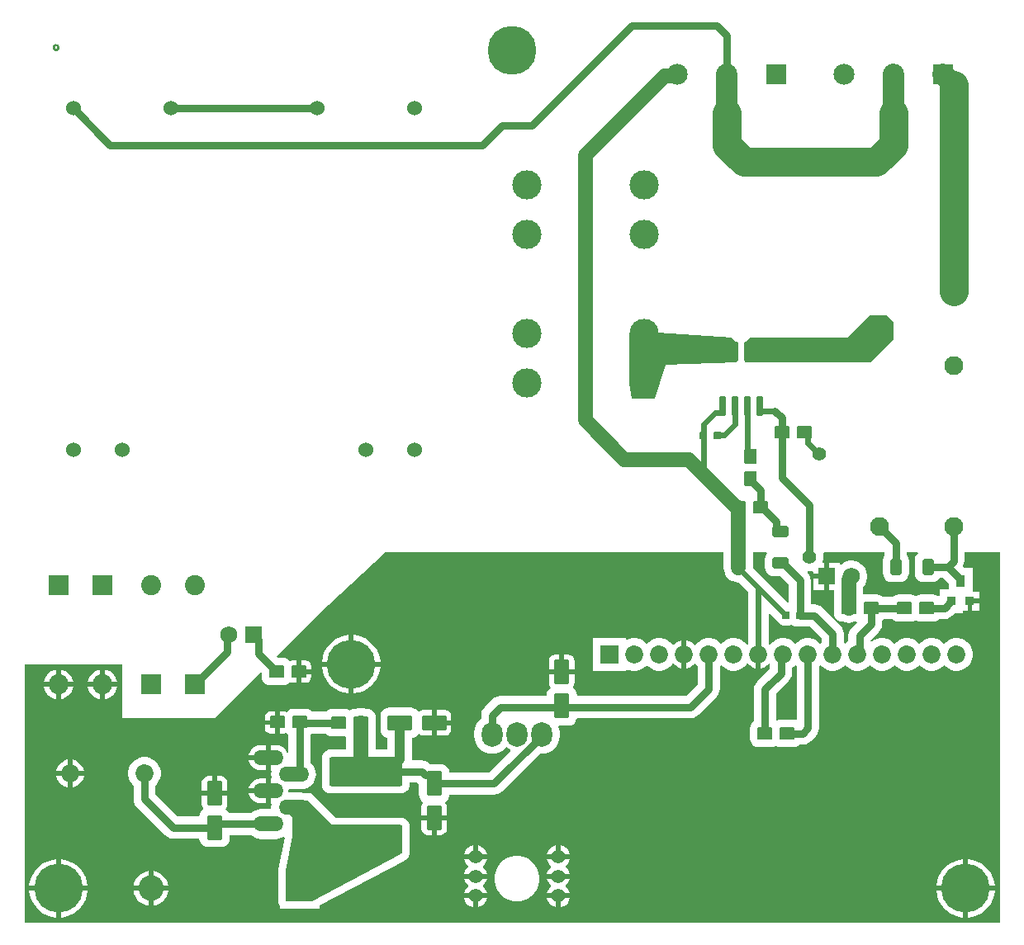
<source format=gbr>
%TF.GenerationSoftware,Altium Limited,Altium Designer,24.0.1 (36)*%
G04 Layer_Physical_Order=1*
G04 Layer_Color=255*
%FSLAX45Y45*%
%MOMM*%
%TF.SameCoordinates,1548FFD4-C5F0-4C99-8D9D-CADF44B10A7D*%
%TF.FilePolarity,Positive*%
%TF.FileFunction,Copper,L1,Top,Signal*%
%TF.Part,Single*%
G01*
G75*
%TA.AperFunction,SMDPad,CuDef*%
G04:AMPARAMS|DCode=10|XSize=1.524mm|YSize=1.27mm|CornerRadius=0.09525mm|HoleSize=0mm|Usage=FLASHONLY|Rotation=0.000|XOffset=0mm|YOffset=0mm|HoleType=Round|Shape=RoundedRectangle|*
%AMROUNDEDRECTD10*
21,1,1.52400,1.07950,0,0,0.0*
21,1,1.33350,1.27000,0,0,0.0*
1,1,0.19050,0.66675,-0.53975*
1,1,0.19050,-0.66675,-0.53975*
1,1,0.19050,-0.66675,0.53975*
1,1,0.19050,0.66675,0.53975*
%
%ADD10ROUNDEDRECTD10*%
G04:AMPARAMS|DCode=11|XSize=1.14mm|YSize=1.63mm|CornerRadius=0.1425mm|HoleSize=0mm|Usage=FLASHONLY|Rotation=0.000|XOffset=0mm|YOffset=0mm|HoleType=Round|Shape=RoundedRectangle|*
%AMROUNDEDRECTD11*
21,1,1.14000,1.34500,0,0,0.0*
21,1,0.85500,1.63000,0,0,0.0*
1,1,0.28500,0.42750,-0.67250*
1,1,0.28500,-0.42750,-0.67250*
1,1,0.28500,-0.42750,0.67250*
1,1,0.28500,0.42750,0.67250*
%
%ADD11ROUNDEDRECTD11*%
G04:AMPARAMS|DCode=12|XSize=0.762mm|YSize=0.762mm|CornerRadius=0.0381mm|HoleSize=0mm|Usage=FLASHONLY|Rotation=180.000|XOffset=0mm|YOffset=0mm|HoleType=Round|Shape=RoundedRectangle|*
%AMROUNDEDRECTD12*
21,1,0.76200,0.68580,0,0,180.0*
21,1,0.68580,0.76200,0,0,180.0*
1,1,0.07620,-0.34290,0.34290*
1,1,0.07620,0.34290,0.34290*
1,1,0.07620,0.34290,-0.34290*
1,1,0.07620,-0.34290,-0.34290*
%
%ADD12ROUNDEDRECTD12*%
G04:AMPARAMS|DCode=13|XSize=1.524mm|YSize=1.27mm|CornerRadius=0.09525mm|HoleSize=0mm|Usage=FLASHONLY|Rotation=90.000|XOffset=0mm|YOffset=0mm|HoleType=Round|Shape=RoundedRectangle|*
%AMROUNDEDRECTD13*
21,1,1.52400,1.07950,0,0,90.0*
21,1,1.33350,1.27000,0,0,90.0*
1,1,0.19050,0.53975,0.66675*
1,1,0.19050,0.53975,-0.66675*
1,1,0.19050,-0.53975,-0.66675*
1,1,0.19050,-0.53975,0.66675*
%
%ADD13ROUNDEDRECTD13*%
%ADD14R,0.91440X1.27000*%
%ADD15R,0.91440X0.91440*%
G04:AMPARAMS|DCode=16|XSize=7.5mm|YSize=3mm|CornerRadius=0.225mm|HoleSize=0mm|Usage=FLASHONLY|Rotation=180.000|XOffset=0mm|YOffset=0mm|HoleType=Round|Shape=RoundedRectangle|*
%AMROUNDEDRECTD16*
21,1,7.50000,2.55000,0,0,180.0*
21,1,7.05000,3.00000,0,0,180.0*
1,1,0.45000,-3.52500,1.27500*
1,1,0.45000,3.52500,1.27500*
1,1,0.45000,3.52500,-1.27500*
1,1,0.45000,-3.52500,-1.27500*
%
%ADD16ROUNDEDRECTD16*%
G04:AMPARAMS|DCode=17|XSize=1.14mm|YSize=1.63mm|CornerRadius=0.1425mm|HoleSize=0mm|Usage=FLASHONLY|Rotation=90.000|XOffset=0mm|YOffset=0mm|HoleType=Round|Shape=RoundedRectangle|*
%AMROUNDEDRECTD17*
21,1,1.14000,1.34500,0,0,90.0*
21,1,0.85500,1.63000,0,0,90.0*
1,1,0.28500,0.67250,0.42750*
1,1,0.28500,0.67250,-0.42750*
1,1,0.28500,-0.67250,-0.42750*
1,1,0.28500,-0.67250,0.42750*
%
%ADD17ROUNDEDRECTD17*%
G04:AMPARAMS|DCode=18|XSize=2.5mm|YSize=1.6mm|CornerRadius=0.12mm|HoleSize=0mm|Usage=FLASHONLY|Rotation=90.000|XOffset=0mm|YOffset=0mm|HoleType=Round|Shape=RoundedRectangle|*
%AMROUNDEDRECTD18*
21,1,2.50000,1.36000,0,0,90.0*
21,1,2.26000,1.60000,0,0,90.0*
1,1,0.24000,0.68000,1.13000*
1,1,0.24000,0.68000,-1.13000*
1,1,0.24000,-0.68000,-1.13000*
1,1,0.24000,-0.68000,1.13000*
%
%ADD18ROUNDEDRECTD18*%
G04:AMPARAMS|DCode=19|XSize=2.032mm|YSize=0.6096mm|CornerRadius=0.04572mm|HoleSize=0mm|Usage=FLASHONLY|Rotation=270.000|XOffset=0mm|YOffset=0mm|HoleType=Round|Shape=RoundedRectangle|*
%AMROUNDEDRECTD19*
21,1,2.03200,0.51816,0,0,270.0*
21,1,1.94056,0.60960,0,0,270.0*
1,1,0.09144,-0.25908,-0.97028*
1,1,0.09144,-0.25908,0.97028*
1,1,0.09144,0.25908,0.97028*
1,1,0.09144,0.25908,-0.97028*
%
%ADD19ROUNDEDRECTD19*%
G04:AMPARAMS|DCode=20|XSize=2.5mm|YSize=1.6mm|CornerRadius=0.12mm|HoleSize=0mm|Usage=FLASHONLY|Rotation=0.000|XOffset=0mm|YOffset=0mm|HoleType=Round|Shape=RoundedRectangle|*
%AMROUNDEDRECTD20*
21,1,2.50000,1.36000,0,0,0.0*
21,1,2.26000,1.60000,0,0,0.0*
1,1,0.24000,1.13000,-0.68000*
1,1,0.24000,-1.13000,-0.68000*
1,1,0.24000,-1.13000,0.68000*
1,1,0.24000,1.13000,0.68000*
%
%ADD20ROUNDEDRECTD20*%
%TA.AperFunction,Conductor*%
%ADD21C,0.75000*%
%ADD22C,0.60000*%
%ADD23C,1.50000*%
%ADD24C,3.00000*%
%ADD25C,2.20000*%
%ADD26C,1.00000*%
%TA.AperFunction,NonConductor*%
%ADD27C,0.25400*%
%TA.AperFunction,ComponentPad*%
%ADD28C,1.75001*%
%ADD29R,1.75001X1.75001*%
%ADD30O,3.10000X1.55000*%
%ADD31C,5.00000*%
%ADD32C,1.85000*%
%ADD33R,1.85000X1.85000*%
%ADD34C,2.15000*%
%ADD35R,2.15000X2.15000*%
%ADD36C,3.00000*%
%ADD37C,1.52400*%
%ADD38C,1.95000*%
%ADD39O,2.15000X2.50000*%
%ADD40R,2.05000X2.05000*%
%ADD41C,2.05000*%
%ADD42C,1.85001*%
%ADD43C,2.60000*%
%ADD44R,2.60000X2.60000*%
%TA.AperFunction,ViaPad*%
%ADD45C,1.40000*%
G36*
X8910000Y6160000D02*
Y5980000D01*
X8680000Y5750000D01*
X7390000D01*
Y5950000D01*
X7390000D01*
X7440000Y6000000D01*
X8440000D01*
X8670000Y6230000D01*
X8840000D01*
X8910000Y6160000D01*
D02*
G37*
G36*
X7250000Y6000000D02*
X7300000Y5950000D01*
Y5750000D01*
X6575000Y5725000D01*
X6465384Y5375000D01*
X6225000D01*
X6200000Y5525000D01*
Y6050000D01*
X6500000D01*
X7250000Y6000000D01*
D02*
G37*
G36*
X9164931Y3787300D02*
X9156596Y3780904D01*
X9142290Y3762260D01*
X9133297Y3740549D01*
X9130230Y3717250D01*
Y3582750D01*
X9133297Y3559451D01*
X9142290Y3537740D01*
X9156596Y3519096D01*
X9175240Y3504790D01*
X9196951Y3495797D01*
X9220250Y3492730D01*
X9305750D01*
X9329049Y3495797D01*
X9350760Y3504790D01*
X9369404Y3519096D01*
X9382780Y3536529D01*
X9420779D01*
X9479280Y3478028D01*
Y3417520D01*
X9382760D01*
Y3353578D01*
X9370060Y3347315D01*
X9362902Y3352808D01*
X9342340Y3361324D01*
X9320275Y3364229D01*
X9186925D01*
X9164859Y3361324D01*
X9144298Y3352808D01*
X9139300Y3348973D01*
X9134302Y3352808D01*
X9113740Y3361324D01*
X9091675Y3364229D01*
X8958325D01*
X8936259Y3361324D01*
X8915698Y3352808D01*
X8898041Y3339259D01*
X8897436Y3338471D01*
X8806164D01*
X8805559Y3339259D01*
X8787902Y3352808D01*
X8767341Y3361324D01*
X8745275Y3364229D01*
X8611925D01*
X8610274Y3364012D01*
X8600726Y3372386D01*
Y3443915D01*
X8603223Y3446412D01*
X8621006Y3473027D01*
X8633256Y3502600D01*
X8639501Y3533995D01*
Y3566005D01*
X8633256Y3597400D01*
X8621006Y3626973D01*
X8603223Y3653588D01*
X8580588Y3676223D01*
X8553973Y3694006D01*
X8524400Y3706256D01*
X8493005Y3712501D01*
X8460995D01*
X8429600Y3706256D01*
X8400027Y3694006D01*
X8373412Y3676223D01*
X8372234Y3675044D01*
X8360500Y3679905D01*
Y3687500D01*
X8248000D01*
Y3550000D01*
Y3412500D01*
X8299274D01*
Y3288120D01*
X8298071Y3278975D01*
Y3171025D01*
X8300976Y3148959D01*
X8309492Y3128398D01*
X8323041Y3110741D01*
X8340698Y3097192D01*
X8361260Y3088675D01*
X8383325Y3085770D01*
X8392277D01*
X8392320Y3085747D01*
X8420595Y3077170D01*
X8450000Y3074274D01*
X8479405Y3077170D01*
X8507680Y3085747D01*
X8507723Y3085770D01*
X8516675D01*
X8528954Y3087387D01*
X8534886Y3075358D01*
X8480811Y3021284D01*
X8462779Y2997783D01*
X8451443Y2970416D01*
X8447576Y2941047D01*
Y2889695D01*
X8433225Y2880106D01*
X8413000Y2859881D01*
X8399471Y2873410D01*
Y2964000D01*
X8395604Y2993368D01*
X8384269Y3020735D01*
X8366236Y3044236D01*
X8180236Y3230236D01*
X8156735Y3248269D01*
X8129368Y3259605D01*
X8100000Y3263471D01*
X8063471D01*
Y3510500D01*
X8059605Y3539868D01*
X8048269Y3567235D01*
X8030236Y3590736D01*
X8027089Y3593883D01*
X8033932Y3605000D01*
X8069090D01*
X8075424Y3606697D01*
X8085500Y3598966D01*
Y3575000D01*
X8198000D01*
Y3687500D01*
X8194896D01*
X8186771Y3700201D01*
X8195000Y3730910D01*
Y3769090D01*
X8189417Y3789924D01*
X8197148Y3800000D01*
X8821529D01*
Y3771694D01*
X8814290Y3762260D01*
X8805297Y3740549D01*
X8802230Y3717250D01*
Y3582750D01*
X8805297Y3559451D01*
X8814290Y3537740D01*
X8828596Y3519096D01*
X8847240Y3504790D01*
X8868951Y3495797D01*
X8892250Y3492730D01*
X8977750D01*
X9001049Y3495797D01*
X9022760Y3504790D01*
X9041404Y3519096D01*
X9055710Y3537740D01*
X9064703Y3559451D01*
X9067770Y3582750D01*
Y3717250D01*
X9064703Y3740549D01*
X9055710Y3762260D01*
X9048471Y3771694D01*
Y3800000D01*
X9160620D01*
X9164931Y3787300D01*
D02*
G37*
G36*
X7615180D02*
X7604790Y3773760D01*
X7595797Y3752049D01*
X7592730Y3728750D01*
Y3643250D01*
X7595797Y3619951D01*
X7604790Y3598240D01*
X7619096Y3579596D01*
X7637740Y3565290D01*
X7659451Y3556297D01*
X7682750Y3553230D01*
X7746798D01*
X7836529Y3463499D01*
Y3290138D01*
X7824796Y3285278D01*
X7598888Y3511186D01*
X7598887Y3511187D01*
X7472040Y3638034D01*
X7472126Y3638900D01*
Y3800000D01*
X7608916D01*
X7615180Y3787300D01*
D02*
G37*
G36*
X10000000Y0D02*
X0D01*
Y2650000D01*
X1000000D01*
Y2100000D01*
X1950000D01*
X2424332Y2574332D01*
X2433770Y2565810D01*
Y2521025D01*
X2436675Y2498959D01*
X2445192Y2478398D01*
X2458741Y2460741D01*
X2476398Y2447192D01*
X2496959Y2438675D01*
X2519025Y2435770D01*
X2652375D01*
X2674440Y2438675D01*
X2695002Y2447192D01*
X2712659Y2460741D01*
X2718775Y2468712D01*
X2724399Y2464954D01*
X2747625Y2460334D01*
X2789300D01*
Y2575000D01*
Y2689666D01*
X2747625D01*
X2724399Y2685046D01*
X2718775Y2681288D01*
X2712659Y2689259D01*
X2695002Y2702808D01*
X2674440Y2711325D01*
X2652375Y2714230D01*
X2606942D01*
X2585586Y2735586D01*
X3000000Y3150000D01*
X3700000Y3800000D01*
X7170674D01*
Y3638900D01*
X7173570Y3609495D01*
X7182147Y3581220D01*
X7196076Y3555162D01*
X7214821Y3532321D01*
X7237661Y3513576D01*
X7263720Y3499648D01*
X7291995Y3491071D01*
X7321400Y3488175D01*
X7322267Y3488260D01*
X7418094Y3392432D01*
Y2852714D01*
X7405394Y2848861D01*
X7400106Y2856775D01*
X7376775Y2880106D01*
X7349341Y2898437D01*
X7318858Y2911063D01*
X7286497Y2917500D01*
X7253503D01*
X7221142Y2911063D01*
X7190659Y2898437D01*
X7163225Y2880106D01*
X7143000Y2859881D01*
X7122775Y2880106D01*
X7095341Y2898437D01*
X7064858Y2911063D01*
X7032497Y2917500D01*
X6999503D01*
X6967142Y2911063D01*
X6936659Y2898437D01*
X6909225Y2880106D01*
X6885894Y2856775D01*
X6879782Y2847627D01*
X6867143Y2846382D01*
X6849497Y2864028D01*
X6817003Y2882789D01*
X6787000Y2890828D01*
Y2750000D01*
Y2609172D01*
X6817003Y2617211D01*
X6849497Y2635972D01*
X6867143Y2653618D01*
X6879782Y2652373D01*
X6885894Y2643225D01*
X6902529Y2626590D01*
Y2443001D01*
X6782999Y2323471D01*
X5665751D01*
Y2335286D01*
X5662761Y2357997D01*
X5653994Y2379161D01*
X5640049Y2397335D01*
X5630288Y2404825D01*
X5623266Y2413857D01*
X5627692Y2422057D01*
X5636402Y2435094D01*
X5641214Y2459285D01*
Y2547286D01*
X5510000D01*
X5378786D01*
Y2459285D01*
X5383598Y2435094D01*
X5392308Y2422057D01*
X5396734Y2413857D01*
X5389711Y2404825D01*
X5379951Y2397335D01*
X5366006Y2379161D01*
X5357239Y2357997D01*
X5354249Y2335286D01*
Y2323471D01*
X4880000D01*
X4850631Y2319604D01*
X4823264Y2308269D01*
X4799764Y2290236D01*
X4715764Y2206236D01*
X4697731Y2182736D01*
X4686396Y2155369D01*
X4682529Y2126000D01*
Y2092167D01*
X4666328Y2078872D01*
X4643523Y2051083D01*
X4626576Y2019378D01*
X4616141Y1984977D01*
X4612617Y1949200D01*
Y1914200D01*
X4616141Y1878424D01*
X4626576Y1844022D01*
X4643523Y1812318D01*
X4666328Y1784529D01*
X4694118Y1761723D01*
X4725822Y1744776D01*
X4760224Y1734341D01*
X4796000Y1730817D01*
X4831776Y1734341D01*
X4866178Y1744776D01*
X4897882Y1761723D01*
X4925672Y1784529D01*
X4939381Y1801234D01*
X4962074Y1782610D01*
X4982887Y1771486D01*
X4985904Y1756543D01*
X4767832Y1538471D01*
X4355689D01*
X4352761Y1560712D01*
X4343994Y1581875D01*
X4330049Y1600049D01*
X4311875Y1613994D01*
X4290712Y1622761D01*
X4268000Y1625751D01*
X4159721D01*
X4155236Y1630236D01*
X4131735Y1648269D01*
X4104368Y1659605D01*
X4075000Y1663471D01*
X3984192D01*
X3975818Y1673019D01*
X3976079Y1675000D01*
Y1895971D01*
X3985712Y1897239D01*
X4006875Y1906006D01*
X4025049Y1919951D01*
X4032539Y1929711D01*
X4041571Y1936734D01*
X4049772Y1932308D01*
X4062808Y1923598D01*
X4087000Y1918786D01*
X4175000D01*
Y2050000D01*
Y2181214D01*
X4087000D01*
X4062808Y2176402D01*
X4049772Y2167692D01*
X4041571Y2163266D01*
X4032539Y2170289D01*
X4025049Y2180049D01*
X4006875Y2193994D01*
X3985712Y2202761D01*
X3963000Y2205751D01*
X3737000D01*
X3714288Y2202761D01*
X3693124Y2193994D01*
X3674951Y2180049D01*
X3661005Y2161875D01*
X3652239Y2140711D01*
X3649249Y2118000D01*
Y1982000D01*
X3652239Y1959288D01*
X3661005Y1938125D01*
X3674951Y1919951D01*
X3693124Y1906006D01*
X3714288Y1897239D01*
X3723921Y1895971D01*
Y1775841D01*
X3600726D01*
Y1986880D01*
X3601930Y1996025D01*
Y2103975D01*
X3599025Y2126040D01*
X3590508Y2146602D01*
X3576959Y2164259D01*
X3559302Y2177808D01*
X3538740Y2186325D01*
X3516675Y2189230D01*
X3507723D01*
X3507680Y2189252D01*
X3479405Y2197829D01*
X3450000Y2200726D01*
X3420595Y2197829D01*
X3392320Y2189252D01*
X3392277Y2189230D01*
X3383325D01*
X3361259Y2186325D01*
X3340698Y2177808D01*
X3335700Y2173973D01*
X3330702Y2177808D01*
X3310140Y2186325D01*
X3288075Y2189230D01*
X3154725D01*
X3132659Y2186325D01*
X3112098Y2177808D01*
X3094441Y2164259D01*
X3094245Y2164004D01*
X2947607D01*
X2946594Y2165324D01*
X2928937Y2178873D01*
X2908375Y2187390D01*
X2886309Y2190295D01*
X2752959D01*
X2730894Y2187390D01*
X2710332Y2178873D01*
X2692675Y2165324D01*
X2686559Y2157354D01*
X2680935Y2161112D01*
X2657709Y2165731D01*
X2616035D01*
Y2051065D01*
Y1936399D01*
X2657709D01*
X2680935Y1941019D01*
X2686559Y1944777D01*
X2692675Y1936806D01*
X2706163Y1926456D01*
Y1745739D01*
X2693463Y1743213D01*
X2688871Y1754300D01*
X2668434Y1780934D01*
X2641800Y1801371D01*
X2610784Y1814218D01*
X2577500Y1818600D01*
X2525000D01*
Y1690000D01*
Y1561400D01*
X2525037D01*
X2531291Y1552968D01*
X2532089Y1548700D01*
X2529262Y1520000D01*
X2532089Y1491300D01*
X2531290Y1487032D01*
X2525037Y1478600D01*
X2525000D01*
Y1350000D01*
Y1221400D01*
X2525037D01*
X2531290Y1212968D01*
X2532089Y1208700D01*
X2529262Y1180000D01*
X2529986Y1172648D01*
X2521457Y1163238D01*
X2422500D01*
X2392605Y1160294D01*
X2363858Y1151574D01*
X2337366Y1137413D01*
X2320377Y1123471D01*
X2097476D01*
X2093994Y1131876D01*
X2080049Y1150049D01*
X2070288Y1157539D01*
X2063266Y1166571D01*
X2067692Y1174772D01*
X2076402Y1187809D01*
X2081214Y1212000D01*
Y1300000D01*
X1950000D01*
X1818786D01*
Y1212000D01*
X1823598Y1187809D01*
X1832308Y1174772D01*
X1836734Y1166571D01*
X1829711Y1157539D01*
X1819951Y1150049D01*
X1806006Y1131876D01*
X1797239Y1110712D01*
X1794311Y1088471D01*
X1572001D01*
X1344471Y1316001D01*
Y1405804D01*
X1361106Y1422439D01*
X1379437Y1449873D01*
X1392064Y1480356D01*
X1398501Y1512717D01*
Y1545712D01*
X1392064Y1578073D01*
X1379437Y1608556D01*
X1361106Y1635990D01*
X1337776Y1659321D01*
X1310341Y1677652D01*
X1279858Y1690278D01*
X1247497Y1696715D01*
X1214503D01*
X1182142Y1690278D01*
X1151659Y1677652D01*
X1124225Y1659321D01*
X1100894Y1635990D01*
X1082563Y1608556D01*
X1069936Y1578073D01*
X1063500Y1545712D01*
Y1512717D01*
X1069936Y1480356D01*
X1082563Y1449873D01*
X1100894Y1422439D01*
X1117529Y1405804D01*
Y1269000D01*
X1121396Y1239632D01*
X1132731Y1212265D01*
X1150764Y1188764D01*
X1444764Y894764D01*
X1468265Y876731D01*
X1495632Y865396D01*
X1525000Y861529D01*
X1794311D01*
X1797239Y839288D01*
X1806006Y818125D01*
X1819951Y799951D01*
X1838125Y786006D01*
X1859288Y777239D01*
X1882000Y774249D01*
X2018000D01*
X2040711Y777239D01*
X2061875Y786006D01*
X2080049Y799951D01*
X2093994Y818125D01*
X2102761Y839288D01*
X2105751Y862000D01*
Y896529D01*
X2320377D01*
X2337366Y882587D01*
X2363858Y868427D01*
X2392605Y859706D01*
X2422500Y856762D01*
X2577500D01*
X2607395Y859706D01*
X2636142Y868427D01*
X2656109Y879099D01*
X2667458Y870765D01*
X2605670Y544057D01*
X2605274Y537002D01*
X2604353Y530000D01*
Y220000D01*
X2606930Y200421D01*
X2614488Y182176D01*
X2616714Y179274D01*
Y145000D01*
X2675084D01*
X2680000Y144353D01*
X2950000D01*
X2954916Y145000D01*
X3026715D01*
Y174939D01*
X3895293Y633090D01*
X3896480Y633931D01*
X3897824Y634488D01*
X3901371Y637210D01*
X3901671Y637334D01*
X3906311Y640894D01*
X3911408Y644505D01*
X3912095Y645333D01*
X3922038Y652962D01*
X3937666Y673330D01*
X3947490Y697048D01*
X3950841Y722500D01*
Y977500D01*
X3947490Y1002953D01*
X3937666Y1026671D01*
X3922038Y1047038D01*
X3901671Y1062666D01*
X3901371Y1062790D01*
X3897824Y1065512D01*
X3879579Y1073070D01*
X3860000Y1075647D01*
X3853974D01*
X3852500Y1075841D01*
X3191140D01*
X2963491Y1303491D01*
X2947824Y1315513D01*
X2929579Y1323070D01*
X2910000Y1325647D01*
X2882713D01*
X2867395Y1330294D01*
X2837500Y1333238D01*
X2713524D01*
X2705150Y1342787D01*
X2706100Y1350000D01*
X2705150Y1357213D01*
X2713524Y1366762D01*
X2837500D01*
X2867395Y1369706D01*
X2896142Y1378427D01*
X2922634Y1392587D01*
X2945856Y1411644D01*
X2964913Y1434866D01*
X2979074Y1461358D01*
X2987794Y1490105D01*
X2990738Y1520000D01*
X2987794Y1549895D01*
X2979074Y1578642D01*
X2964913Y1605134D01*
X2945856Y1628356D01*
X2933105Y1638819D01*
Y1926456D01*
X2946594Y1936806D01*
X2946790Y1937062D01*
X3093427D01*
X3094441Y1935741D01*
X3112098Y1922192D01*
X3132659Y1913675D01*
X3154725Y1910770D01*
X3288075D01*
X3289726Y1910988D01*
X3299274Y1902614D01*
Y1775841D01*
X3147500D01*
X3122048Y1772490D01*
X3098330Y1762666D01*
X3077962Y1747038D01*
X3062334Y1726671D01*
X3052510Y1702952D01*
X3049159Y1677500D01*
Y1422500D01*
X3052510Y1397047D01*
X3062334Y1373329D01*
X3077962Y1352962D01*
X3098330Y1337334D01*
X3122048Y1327510D01*
X3147500Y1324159D01*
X3852500D01*
X3877953Y1327510D01*
X3901671Y1337334D01*
X3922038Y1352962D01*
X3937666Y1373329D01*
X3947490Y1397047D01*
X3950841Y1422500D01*
Y1436529D01*
X4027999D01*
X4032264Y1432264D01*
X4044249Y1423067D01*
Y1312000D01*
X4047239Y1289288D01*
X4056006Y1268124D01*
X4069951Y1249951D01*
X4079711Y1242461D01*
X4086734Y1233429D01*
X4082308Y1225228D01*
X4073598Y1212191D01*
X4068786Y1188000D01*
Y1100000D01*
X4200000D01*
X4331214D01*
Y1188000D01*
X4326402Y1212191D01*
X4317692Y1225228D01*
X4313266Y1233429D01*
X4320289Y1242461D01*
X4330049Y1249951D01*
X4343994Y1268124D01*
X4352761Y1289288D01*
X4355689Y1311529D01*
X4814834D01*
X4844202Y1315395D01*
X4871569Y1326731D01*
X4895070Y1344764D01*
X5283143Y1732837D01*
X5304000Y1730783D01*
X5339776Y1734307D01*
X5374178Y1744742D01*
X5405882Y1761689D01*
X5433672Y1784495D01*
X5456478Y1812284D01*
X5473424Y1843988D01*
X5483859Y1878390D01*
X5487383Y1914166D01*
Y1949166D01*
X5483859Y1984943D01*
X5476612Y2008834D01*
X5486031Y2021535D01*
X5578000D01*
X5600711Y2024525D01*
X5621875Y2033291D01*
X5640049Y2047236D01*
X5653994Y2065410D01*
X5662761Y2086574D01*
X5664071Y2096529D01*
X6830000D01*
X6859368Y2100395D01*
X6886735Y2111731D01*
X6910236Y2129764D01*
X7096236Y2315764D01*
X7114269Y2339265D01*
X7125604Y2366632D01*
X7129471Y2396000D01*
Y2626590D01*
X7143000Y2640119D01*
X7163225Y2619894D01*
X7190659Y2601564D01*
X7221142Y2588937D01*
X7253503Y2582500D01*
X7286497D01*
X7318858Y2588937D01*
X7349341Y2601564D01*
X7376775Y2619894D01*
X7400106Y2643225D01*
X7406218Y2652373D01*
X7418857Y2653618D01*
X7436503Y2635972D01*
X7468997Y2617211D01*
X7499000Y2609172D01*
Y2750000D01*
X7549000D01*
Y2609172D01*
X7579003Y2617211D01*
X7611497Y2635972D01*
X7629143Y2653618D01*
X7641782Y2652373D01*
X7643482Y2649829D01*
Y2603954D01*
X7511164Y2471636D01*
X7493131Y2448136D01*
X7481796Y2420769D01*
X7477929Y2391400D01*
Y2064609D01*
X7464441Y2054259D01*
X7450892Y2036602D01*
X7442376Y2016040D01*
X7439471Y1993975D01*
Y1886025D01*
X7442376Y1863959D01*
X7450892Y1843398D01*
X7464441Y1825741D01*
X7482098Y1812192D01*
X7502660Y1803675D01*
X7524725Y1800770D01*
X7658075D01*
X7680141Y1803675D01*
X7700702Y1812192D01*
X7705700Y1816027D01*
X7710698Y1812192D01*
X7731260Y1803675D01*
X7753325Y1800770D01*
X7886675D01*
X7908741Y1803675D01*
X7929302Y1812192D01*
X7946959Y1825741D01*
X7947564Y1826529D01*
X7980000D01*
X8009369Y1830395D01*
X8036736Y1841731D01*
X8060236Y1859764D01*
X8112236Y1911764D01*
X8130269Y1935264D01*
X8141604Y1962631D01*
X8145471Y1992000D01*
Y2626590D01*
X8159000Y2640119D01*
X8179225Y2619894D01*
X8206659Y2601564D01*
X8237142Y2588937D01*
X8269503Y2582500D01*
X8302497D01*
X8334858Y2588937D01*
X8365341Y2601564D01*
X8392775Y2619894D01*
X8413000Y2640119D01*
X8433225Y2619894D01*
X8460659Y2601564D01*
X8491142Y2588937D01*
X8523503Y2582500D01*
X8556497D01*
X8588858Y2588937D01*
X8619341Y2601564D01*
X8646775Y2619894D01*
X8667000Y2640119D01*
X8687225Y2619894D01*
X8714659Y2601564D01*
X8745142Y2588937D01*
X8777503Y2582500D01*
X8810497D01*
X8842858Y2588937D01*
X8873341Y2601564D01*
X8900775Y2619894D01*
X8921000Y2640119D01*
X8941225Y2619894D01*
X8968659Y2601564D01*
X8999142Y2588937D01*
X9031503Y2582500D01*
X9064497D01*
X9096858Y2588937D01*
X9127341Y2601564D01*
X9154775Y2619894D01*
X9175000Y2640119D01*
X9195225Y2619894D01*
X9222659Y2601564D01*
X9253142Y2588937D01*
X9285503Y2582500D01*
X9318497D01*
X9350858Y2588937D01*
X9381341Y2601564D01*
X9408775Y2619894D01*
X9429000Y2640119D01*
X9449225Y2619894D01*
X9476659Y2601564D01*
X9507142Y2588937D01*
X9539503Y2582500D01*
X9572497D01*
X9604858Y2588937D01*
X9635341Y2601564D01*
X9662775Y2619894D01*
X9686106Y2643225D01*
X9704437Y2670659D01*
X9717063Y2701142D01*
X9723500Y2733503D01*
Y2766497D01*
X9717063Y2798858D01*
X9704437Y2829341D01*
X9686106Y2856775D01*
X9662775Y2880106D01*
X9635341Y2898437D01*
X9604858Y2911063D01*
X9572497Y2917500D01*
X9539503D01*
X9507142Y2911063D01*
X9476659Y2898437D01*
X9449225Y2880106D01*
X9429000Y2859881D01*
X9408775Y2880106D01*
X9381341Y2898437D01*
X9350858Y2911063D01*
X9318497Y2917500D01*
X9285503D01*
X9253142Y2911063D01*
X9222659Y2898437D01*
X9195225Y2880106D01*
X9175000Y2859881D01*
X9154775Y2880106D01*
X9127341Y2898437D01*
X9096858Y2911063D01*
X9064497Y2917500D01*
X9031503D01*
X8999142Y2911063D01*
X8968659Y2898437D01*
X8941225Y2880106D01*
X8921000Y2859881D01*
X8900775Y2880106D01*
X8873341Y2898437D01*
X8842858Y2911063D01*
X8810497Y2917500D01*
X8777503D01*
X8745142Y2911063D01*
X8714659Y2898437D01*
X8689643Y2881721D01*
X8680635Y2885096D01*
X8677123Y2887755D01*
X8676198Y2895726D01*
X8758836Y2978364D01*
X8776869Y3001865D01*
X8788205Y3029232D01*
X8792071Y3058600D01*
Y3100391D01*
X8805559Y3110741D01*
X8806164Y3111529D01*
X8897436D01*
X8898041Y3110741D01*
X8915698Y3097192D01*
X8936259Y3088675D01*
X8958325Y3085770D01*
X9091675D01*
X9113740Y3088675D01*
X9134302Y3097192D01*
X9139300Y3101027D01*
X9144298Y3097192D01*
X9164859Y3088675D01*
X9186925Y3085770D01*
X9320275D01*
X9342340Y3088675D01*
X9362902Y3097192D01*
X9380559Y3110741D01*
X9381164Y3111529D01*
X9431680D01*
X9461048Y3115395D01*
X9488415Y3126731D01*
X9511916Y3144764D01*
X9543232Y3176080D01*
X9624200D01*
Y3201080D01*
X9668980D01*
Y3296800D01*
X9693980D01*
Y3321800D01*
X9789700D01*
Y3392520D01*
X9720720D01*
Y3638500D01*
X9639752D01*
X9624587Y3653666D01*
X9634605Y3677851D01*
X9638471Y3707220D01*
Y3800000D01*
X10000000D01*
Y0D01*
D02*
G37*
G36*
X7735413Y3075113D02*
X7757347Y3058283D01*
X7782889Y3047703D01*
X7810300Y3044094D01*
X7837711Y3047703D01*
X7861849Y3057701D01*
X7875965Y3046870D01*
X7895137Y3038929D01*
X7915710Y3036220D01*
X7984290D01*
X7986638Y3036529D01*
X8052999D01*
X8172529Y2916999D01*
Y2873410D01*
X8159000Y2859881D01*
X8138775Y2880106D01*
X8111341Y2898437D01*
X8080858Y2911063D01*
X8048497Y2917500D01*
X8015503D01*
X7983142Y2911063D01*
X7952659Y2898437D01*
X7925225Y2880106D01*
X7905000Y2859881D01*
X7884775Y2880106D01*
X7857341Y2898437D01*
X7826858Y2911063D01*
X7794497Y2917500D01*
X7761503D01*
X7729142Y2911063D01*
X7698659Y2898437D01*
X7671225Y2880106D01*
X7647894Y2856775D01*
X7642606Y2848861D01*
X7629906Y2852714D01*
Y3164027D01*
X7641639Y3168887D01*
X7735413Y3075113D01*
D02*
G37*
G36*
X7918529Y2626590D02*
Y2084222D01*
X7905829Y2076708D01*
X7886675Y2079230D01*
X7753325D01*
X7731260Y2076325D01*
X7717571Y2070655D01*
X7704871Y2078574D01*
Y2344399D01*
X7837189Y2476716D01*
X7855221Y2500217D01*
X7866557Y2527584D01*
X7870423Y2556952D01*
Y2610305D01*
X7884775Y2619894D01*
X7905000Y2640119D01*
X7918529Y2626590D01*
D02*
G37*
G36*
X3160000Y1000000D02*
X3860000D01*
Y700000D01*
X2950000Y220000D01*
X2680000D01*
Y530000D01*
X2748035Y889738D01*
Y1080000D01*
X2720000Y1100000D01*
X2700000Y1250000D01*
X2910000D01*
X3160000Y1000000D01*
D02*
G37*
%LPC*%
G36*
X8198000Y3525000D02*
X8085500D01*
Y3412500D01*
X8198000D01*
Y3525000D01*
D02*
G37*
G36*
X9789700Y3271800D02*
X9718980D01*
Y3201080D01*
X9789700D01*
Y3271800D01*
D02*
G37*
G36*
X6524497Y2917500D02*
X6491503D01*
X6459142Y2911063D01*
X6428659Y2898437D01*
X6401225Y2880106D01*
X6381000Y2859881D01*
X6360775Y2880106D01*
X6333341Y2898437D01*
X6302858Y2911063D01*
X6270497Y2917500D01*
X6237503D01*
X6205142Y2911063D01*
X6180200Y2900732D01*
X6167500Y2907871D01*
Y2917500D01*
X5832500D01*
Y2582500D01*
X6167500D01*
Y2592129D01*
X6180200Y2599268D01*
X6205142Y2588937D01*
X6237503Y2582500D01*
X6270497D01*
X6302858Y2588937D01*
X6333341Y2601564D01*
X6360775Y2619894D01*
X6381000Y2640119D01*
X6401225Y2619894D01*
X6428659Y2601564D01*
X6459142Y2588937D01*
X6491503Y2582500D01*
X6524497D01*
X6556858Y2588937D01*
X6587341Y2601564D01*
X6614775Y2619894D01*
X6638106Y2643225D01*
X6644218Y2652373D01*
X6656857Y2653618D01*
X6674503Y2635972D01*
X6706997Y2617211D01*
X6737000Y2609172D01*
Y2750000D01*
Y2890828D01*
X6706997Y2882789D01*
X6674503Y2864028D01*
X6656857Y2846382D01*
X6644218Y2847627D01*
X6638106Y2856775D01*
X6614775Y2880106D01*
X6587341Y2898437D01*
X6556858Y2911063D01*
X6524497Y2917500D01*
D02*
G37*
G36*
X3375000Y2949780D02*
Y2675000D01*
X3649780D01*
X3642613Y2720250D01*
X3628021Y2765160D01*
X3606583Y2807234D01*
X3578827Y2845437D01*
X3545437Y2878827D01*
X3507234Y2906583D01*
X3465160Y2928021D01*
X3420250Y2942613D01*
X3375000Y2949780D01*
D02*
G37*
G36*
X3325000D02*
X3279750Y2942613D01*
X3234840Y2928021D01*
X3192766Y2906583D01*
X3154563Y2878827D01*
X3121173Y2845437D01*
X3093417Y2807234D01*
X3071979Y2765160D01*
X3057387Y2720250D01*
X3050220Y2675000D01*
X3325000D01*
Y2949780D01*
D02*
G37*
G36*
X2880975Y2689666D02*
X2839300D01*
Y2600000D01*
X2941666D01*
Y2628975D01*
X2937046Y2652200D01*
X2923890Y2671890D01*
X2904200Y2685046D01*
X2880975Y2689666D01*
D02*
G37*
G36*
X5578000Y2748500D02*
X5535000D01*
Y2597286D01*
X5641214D01*
Y2685285D01*
X5636402Y2709477D01*
X5622699Y2729985D01*
X5602191Y2743688D01*
X5578000Y2748500D01*
D02*
G37*
G36*
X5485000D02*
X5442000D01*
X5417809Y2743688D01*
X5397301Y2729985D01*
X5383598Y2709477D01*
X5378786Y2685285D01*
Y2597286D01*
X5485000D01*
Y2748500D01*
D02*
G37*
G36*
X825000Y2592515D02*
Y2467000D01*
X950515D01*
X946639Y2486482D01*
X935143Y2514236D01*
X918454Y2539213D01*
X897213Y2560454D01*
X872236Y2577143D01*
X844482Y2588639D01*
X825000Y2592515D01*
D02*
G37*
G36*
X375000D02*
Y2467000D01*
X500515D01*
X496639Y2486482D01*
X485144Y2514236D01*
X468454Y2539213D01*
X447213Y2560454D01*
X422236Y2577143D01*
X394483Y2588639D01*
X375000Y2592515D01*
D02*
G37*
G36*
X775000Y2592514D02*
X755517Y2588639D01*
X727764Y2577143D01*
X702787Y2560454D01*
X681546Y2539213D01*
X664856Y2514236D01*
X653361Y2486482D01*
X649485Y2467000D01*
X775000D01*
Y2592514D01*
D02*
G37*
G36*
X325000D02*
X305518Y2588639D01*
X277764Y2577143D01*
X252787Y2560454D01*
X231546Y2539213D01*
X214857Y2514236D01*
X203361Y2486482D01*
X199485Y2467000D01*
X325000D01*
Y2592514D01*
D02*
G37*
G36*
X2941666Y2550000D02*
X2839300D01*
Y2460334D01*
X2880975D01*
X2904200Y2464954D01*
X2923890Y2478110D01*
X2937046Y2497799D01*
X2941666Y2521025D01*
Y2550000D01*
D02*
G37*
G36*
X3649780Y2625000D02*
X3375000D01*
Y2350220D01*
X3420250Y2357387D01*
X3465160Y2371979D01*
X3507234Y2393417D01*
X3545437Y2421173D01*
X3578827Y2454563D01*
X3606583Y2492766D01*
X3628021Y2534840D01*
X3642613Y2579750D01*
X3649780Y2625000D01*
D02*
G37*
G36*
X3325000D02*
X3050220D01*
X3057387Y2579750D01*
X3071979Y2534840D01*
X3093417Y2492766D01*
X3121173Y2454563D01*
X3154563Y2421173D01*
X3192766Y2393417D01*
X3234840Y2371979D01*
X3279750Y2357387D01*
X3325000Y2350220D01*
Y2625000D01*
D02*
G37*
G36*
X775000Y2417000D02*
X649485D01*
X653361Y2397517D01*
X664856Y2369764D01*
X681546Y2344787D01*
X702787Y2323546D01*
X727764Y2306856D01*
X755517Y2295361D01*
X775000Y2291485D01*
Y2417000D01*
D02*
G37*
G36*
X325000D02*
X199486D01*
X203361Y2397517D01*
X214857Y2369764D01*
X231546Y2344787D01*
X252787Y2323546D01*
X277764Y2306856D01*
X305518Y2295361D01*
X325000Y2291485D01*
Y2417000D01*
D02*
G37*
G36*
X950514D02*
X825000D01*
Y2291485D01*
X844482Y2295361D01*
X872236Y2306856D01*
X897213Y2323546D01*
X918454Y2344787D01*
X935143Y2369764D01*
X946639Y2397517D01*
X950514Y2417000D01*
D02*
G37*
G36*
X500515D02*
X375000D01*
Y2291485D01*
X394483Y2295361D01*
X422236Y2306856D01*
X447213Y2323546D01*
X468454Y2344787D01*
X485144Y2369764D01*
X496639Y2397517D01*
X500515Y2417000D01*
D02*
G37*
G36*
X2566035Y2165731D02*
X2524359D01*
X2501134Y2161112D01*
X2481444Y2147955D01*
X2468288Y2128266D01*
X2463668Y2105040D01*
Y2076065D01*
X2566035D01*
Y2165731D01*
D02*
G37*
G36*
X4313000Y2181214D02*
X4225000D01*
Y2075000D01*
X4376214D01*
Y2118000D01*
X4371402Y2142191D01*
X4357699Y2162699D01*
X4337191Y2176402D01*
X4313000Y2181214D01*
D02*
G37*
G36*
X2566035Y2026065D02*
X2463668D01*
Y1997090D01*
X2468288Y1973865D01*
X2481444Y1954175D01*
X2501134Y1941019D01*
X2524359Y1936399D01*
X2566035D01*
Y2026065D01*
D02*
G37*
G36*
X4376214Y2025000D02*
X4225000D01*
Y1918786D01*
X4313000D01*
X4337191Y1923598D01*
X4357699Y1937301D01*
X4371402Y1957809D01*
X4376214Y1982000D01*
Y2025000D01*
D02*
G37*
G36*
X2475000Y1818600D02*
X2422500D01*
X2389216Y1814218D01*
X2358200Y1801371D01*
X2331566Y1780934D01*
X2311129Y1754300D01*
X2298282Y1723284D01*
X2297191Y1715000D01*
X2475000D01*
Y1818600D01*
D02*
G37*
G36*
Y1665000D02*
X2297191D01*
X2298282Y1656716D01*
X2311129Y1625700D01*
X2331566Y1599066D01*
X2358200Y1578629D01*
X2389216Y1565782D01*
X2422500Y1561400D01*
X2475000D01*
Y1665000D01*
D02*
G37*
G36*
X494000Y1670043D02*
Y1554215D01*
X609829D01*
X601789Y1584218D01*
X583029Y1616712D01*
X556497Y1643243D01*
X524003Y1662004D01*
X494000Y1670043D01*
D02*
G37*
G36*
X444000D02*
X413997Y1662004D01*
X381503Y1643243D01*
X354971Y1616712D01*
X336211Y1584218D01*
X328172Y1554215D01*
X444000D01*
Y1670043D01*
D02*
G37*
G36*
X609829Y1504215D02*
X494000D01*
Y1388386D01*
X524003Y1396425D01*
X556497Y1415186D01*
X583029Y1441717D01*
X601789Y1474211D01*
X609829Y1504215D01*
D02*
G37*
G36*
X444000D02*
X328172D01*
X336211Y1474211D01*
X354971Y1441717D01*
X381503Y1415186D01*
X413997Y1396425D01*
X444000Y1388386D01*
Y1504215D01*
D02*
G37*
G36*
X2475000Y1478600D02*
X2422500D01*
X2389216Y1474218D01*
X2358200Y1461371D01*
X2331566Y1440934D01*
X2311129Y1414300D01*
X2298282Y1383284D01*
X2297191Y1375000D01*
X2475000D01*
Y1478600D01*
D02*
G37*
G36*
X2018000Y1501214D02*
X1975000D01*
Y1350000D01*
X2081214D01*
Y1438000D01*
X2076402Y1462191D01*
X2062699Y1482699D01*
X2042191Y1496402D01*
X2018000Y1501214D01*
D02*
G37*
G36*
X1925000D02*
X1882000D01*
X1857809Y1496402D01*
X1837301Y1482699D01*
X1823598Y1462191D01*
X1818786Y1438000D01*
Y1350000D01*
X1925000D01*
Y1501214D01*
D02*
G37*
G36*
X2475000Y1325000D02*
X2297191D01*
X2298282Y1316716D01*
X2311129Y1285700D01*
X2331566Y1259066D01*
X2358200Y1238629D01*
X2389216Y1225782D01*
X2422500Y1221400D01*
X2475000D01*
Y1325000D01*
D02*
G37*
G36*
X4331214Y1050000D02*
X4225000D01*
Y898786D01*
X4268000D01*
X4292191Y903598D01*
X4312699Y917301D01*
X4326402Y937809D01*
X4331214Y962000D01*
Y1050000D01*
D02*
G37*
G36*
X4175000D02*
X4068786D01*
Y962000D01*
X4073598Y937809D01*
X4087301Y917301D01*
X4107809Y903598D01*
X4132000Y898786D01*
X4175000D01*
Y1050000D01*
D02*
G37*
G36*
X5500000Y792534D02*
Y700000D01*
X5592534D01*
X5586822Y721318D01*
X5571024Y748682D01*
X5548682Y771024D01*
X5521318Y786822D01*
X5500000Y792534D01*
D02*
G37*
G36*
X5450000D02*
X5428682Y786822D01*
X5401318Y771024D01*
X5378976Y748682D01*
X5363178Y721318D01*
X5357466Y700000D01*
X5450000D01*
Y792534D01*
D02*
G37*
G36*
X4650000D02*
Y700000D01*
X4742534D01*
X4736822Y721318D01*
X4721024Y748682D01*
X4698681Y771024D01*
X4671318Y786822D01*
X4650000Y792534D01*
D02*
G37*
G36*
X4600000D02*
X4578682Y786822D01*
X4551318Y771024D01*
X4528976Y748682D01*
X4513178Y721318D01*
X4507466Y700000D01*
X4600000D01*
Y792534D01*
D02*
G37*
G36*
X5592534Y650000D02*
X5357466D01*
X5363178Y628682D01*
X5378976Y601318D01*
X5397063Y583232D01*
X5399932Y575000D01*
X5397063Y566768D01*
X5378976Y548682D01*
X5363178Y521318D01*
X5357466Y500000D01*
X5592534D01*
X5586822Y521318D01*
X5571024Y548682D01*
X5552937Y566768D01*
X5550068Y575000D01*
X5552937Y583232D01*
X5571024Y601318D01*
X5586822Y628682D01*
X5592534Y650000D01*
D02*
G37*
G36*
X4742534D02*
X4507466D01*
X4513178Y628682D01*
X4528976Y601318D01*
X4547063Y583232D01*
X4549932Y575000D01*
X4547063Y566768D01*
X4528976Y548682D01*
X4513178Y521318D01*
X4507466Y500000D01*
X4742534D01*
X4736822Y521318D01*
X4721024Y548682D01*
X4702937Y566768D01*
X4700068Y575000D01*
X4702937Y583232D01*
X4721024Y601318D01*
X4736822Y628682D01*
X4742534Y650000D01*
D02*
G37*
G36*
X9675000Y649780D02*
Y375000D01*
X9949780D01*
X9942613Y420250D01*
X9928021Y465160D01*
X9906583Y507234D01*
X9878827Y545437D01*
X9845436Y578827D01*
X9807234Y606583D01*
X9765160Y628021D01*
X9720250Y642613D01*
X9675000Y649780D01*
D02*
G37*
G36*
X9625000D02*
X9579750Y642613D01*
X9534840Y628021D01*
X9492766Y606583D01*
X9454563Y578827D01*
X9421173Y545437D01*
X9393417Y507234D01*
X9371979Y465160D01*
X9357387Y420250D01*
X9350220Y375000D01*
X9625000D01*
Y649780D01*
D02*
G37*
G36*
X1322714Y528554D02*
Y375000D01*
X1476268D01*
X1470797Y402504D01*
X1457228Y435262D01*
X1437530Y464743D01*
X1412458Y489815D01*
X1382976Y509514D01*
X1350219Y523083D01*
X1322714Y528554D01*
D02*
G37*
G36*
X1272714D02*
X1245210Y523083D01*
X1212452Y509514D01*
X1182971Y489815D01*
X1157899Y464743D01*
X1138201Y435262D01*
X1124632Y402504D01*
X1119161Y375000D01*
X1272714D01*
Y528554D01*
D02*
G37*
G36*
X375000Y649780D02*
Y375000D01*
X649780D01*
X642613Y420250D01*
X628021Y465160D01*
X606583Y507234D01*
X578827Y545437D01*
X545437Y578827D01*
X507234Y606583D01*
X465160Y628021D01*
X420250Y642613D01*
X375000Y649780D01*
D02*
G37*
G36*
X325000D02*
X279750Y642613D01*
X234840Y628021D01*
X192766Y606583D01*
X154563Y578827D01*
X121173Y545437D01*
X93417Y507234D01*
X71979Y465160D01*
X57387Y420250D01*
X50220Y375000D01*
X325000D01*
Y649780D01*
D02*
G37*
G36*
X5592534Y450000D02*
X5357466D01*
X5363178Y428682D01*
X5378976Y401318D01*
X5397063Y383232D01*
X5399932Y375000D01*
X5397063Y366768D01*
X5378976Y348682D01*
X5363178Y321318D01*
X5357466Y300000D01*
X5592534D01*
X5586822Y321318D01*
X5571024Y348682D01*
X5552937Y366768D01*
X5550068Y375000D01*
X5552937Y383232D01*
X5571024Y401318D01*
X5586822Y428682D01*
X5592534Y450000D01*
D02*
G37*
G36*
X4742534D02*
X4507466D01*
X4513178Y428682D01*
X4528976Y401318D01*
X4547063Y383232D01*
X4549932Y375000D01*
X4547063Y366768D01*
X4528976Y348682D01*
X4513178Y321318D01*
X4507466Y300000D01*
X4742534D01*
X4736822Y321318D01*
X4721024Y348682D01*
X4702937Y366768D01*
X4700068Y375000D01*
X4702937Y383232D01*
X4721024Y401318D01*
X4736822Y428682D01*
X4742534Y450000D01*
D02*
G37*
G36*
X5072899Y682500D02*
X5027101D01*
X4982182Y673565D01*
X4939870Y656039D01*
X4901790Y630595D01*
X4869406Y598210D01*
X4843961Y560130D01*
X4826435Y517818D01*
X4817500Y472899D01*
Y427101D01*
X4826435Y382182D01*
X4843961Y339870D01*
X4869406Y301790D01*
X4901790Y269406D01*
X4939870Y243961D01*
X4982182Y226435D01*
X5027101Y217500D01*
X5072899D01*
X5117818Y226435D01*
X5160130Y243961D01*
X5198210Y269406D01*
X5230595Y301790D01*
X5256039Y339870D01*
X5273565Y382182D01*
X5282500Y427101D01*
Y472899D01*
X5273565Y517818D01*
X5256039Y560130D01*
X5230595Y598210D01*
X5198210Y630595D01*
X5160130Y656039D01*
X5117818Y673565D01*
X5072899Y682500D01*
D02*
G37*
G36*
X1476268Y325000D02*
X1322714D01*
Y171446D01*
X1350219Y176917D01*
X1382976Y190486D01*
X1412458Y210185D01*
X1437530Y235257D01*
X1457228Y264738D01*
X1470797Y297496D01*
X1476268Y325000D01*
D02*
G37*
G36*
X1272714D02*
X1119161D01*
X1124632Y297496D01*
X1138201Y264738D01*
X1157899Y235257D01*
X1182971Y210185D01*
X1212452Y190486D01*
X1245210Y176917D01*
X1272714Y171446D01*
Y325000D01*
D02*
G37*
G36*
X5592534Y250000D02*
X5500000D01*
Y157466D01*
X5521318Y163178D01*
X5548682Y178976D01*
X5571024Y201318D01*
X5586822Y228682D01*
X5592534Y250000D01*
D02*
G37*
G36*
X5450000D02*
X5357466D01*
X5363178Y228682D01*
X5378976Y201318D01*
X5401318Y178976D01*
X5428682Y163178D01*
X5450000Y157466D01*
Y250000D01*
D02*
G37*
G36*
X4742534D02*
X4650000D01*
Y157466D01*
X4671318Y163178D01*
X4698681Y178976D01*
X4721024Y201318D01*
X4736822Y228682D01*
X4742534Y250000D01*
D02*
G37*
G36*
X4600000D02*
X4507466D01*
X4513178Y228682D01*
X4528976Y201318D01*
X4551318Y178976D01*
X4578682Y163178D01*
X4600000Y157466D01*
Y250000D01*
D02*
G37*
G36*
X9949780Y325000D02*
X9675000D01*
Y50220D01*
X9720250Y57387D01*
X9765160Y71979D01*
X9807234Y93417D01*
X9845436Y121173D01*
X9878827Y154563D01*
X9906583Y192766D01*
X9928021Y234840D01*
X9942613Y279750D01*
X9949780Y325000D01*
D02*
G37*
G36*
X9625000D02*
X9350220D01*
X9357387Y279750D01*
X9371979Y234840D01*
X9393417Y192766D01*
X9421173Y154563D01*
X9454563Y121173D01*
X9492766Y93417D01*
X9534840Y71979D01*
X9579750Y57387D01*
X9625000Y50220D01*
Y325000D01*
D02*
G37*
G36*
X649780D02*
X375000D01*
Y50220D01*
X420250Y57387D01*
X465160Y71979D01*
X507234Y93417D01*
X545437Y121173D01*
X578827Y154563D01*
X606583Y192766D01*
X628021Y234840D01*
X642613Y279750D01*
X649780Y325000D01*
D02*
G37*
G36*
X325000D02*
X50220D01*
X57387Y279750D01*
X71979Y234840D01*
X93417Y192766D01*
X121173Y154563D01*
X154563Y121173D01*
X192766Y93417D01*
X234840Y71979D01*
X279750Y57387D01*
X325000Y50220D01*
Y325000D01*
D02*
G37*
%LPD*%
D10*
X2814300Y2575000D02*
D03*
X2585700D02*
D03*
X9253600Y3225000D02*
D03*
X9025000D02*
D03*
X8000000Y5025000D02*
D03*
X7771400D02*
D03*
X7820000Y1940000D02*
D03*
X7591400D02*
D03*
X7550000Y4253465D02*
D03*
X7321400D02*
D03*
X3450000Y2050000D02*
D03*
X3221400D02*
D03*
X2819634Y2051065D02*
D03*
X2591034D02*
D03*
X8450000Y3225000D02*
D03*
X8678600D02*
D03*
D11*
X8935000Y3650000D02*
D03*
X9263000D02*
D03*
D12*
X7950000Y3150000D02*
D03*
X7810300D02*
D03*
X7104600Y4996866D02*
D03*
X6964900D02*
D03*
D13*
X7450000Y4550671D02*
D03*
Y4779271D02*
D03*
D14*
X9600000Y3500000D02*
D03*
D15*
X9693980Y3296800D02*
D03*
X9503480D02*
D03*
D16*
X3500000Y1550000D02*
D03*
Y850000D02*
D03*
D17*
X7750000Y3686000D02*
D03*
Y4014000D02*
D03*
D18*
X5510000Y2572285D02*
D03*
Y2222286D02*
D03*
X4200000Y1075000D02*
D03*
Y1425000D02*
D03*
X1950000Y1325000D02*
D03*
Y975000D02*
D03*
D19*
X7536400Y5860466D02*
D03*
X7409400D02*
D03*
X7282400D02*
D03*
X7155400D02*
D03*
Y5301666D02*
D03*
X7282400D02*
D03*
X7409400D02*
D03*
X7536400D02*
D03*
D20*
X4200000Y2050000D02*
D03*
X3850000D02*
D03*
D21*
X2547000Y2601000D02*
X2573000Y2575000D01*
X2547000Y2601000D02*
Y2613700D01*
X2352000Y2950000D02*
X2402001Y2900000D01*
X2573000Y2575000D02*
X2585700D01*
X2402001Y2758699D02*
X2547000Y2613700D01*
X2402001Y2758699D02*
Y2900000D01*
X2078866Y2930866D02*
X2098000Y2950000D01*
X1750000Y2442000D02*
X2078866Y2770866D01*
Y2930866D01*
X7771400Y4557244D02*
Y5075000D01*
Y4557244D02*
X8050000Y4278644D01*
X9431680Y3225000D02*
X9503480Y3296800D01*
X9253600Y3225000D02*
X9431680D01*
X8678600D02*
X9025000D01*
X8561047Y2941047D02*
X8678600Y3058600D01*
Y3225000D01*
X880000Y7970000D02*
X4695000D01*
X5200000Y8175000D02*
X6225000Y9200000D01*
X4695000Y7970000D02*
X4900000Y8175000D01*
X5200000D01*
X6225000Y9200000D02*
X7100000D01*
X8050000Y3750000D02*
Y4278644D01*
X7562700Y4253465D02*
X7706000Y4110165D01*
Y4033500D02*
Y4110165D01*
X7200000Y8700000D02*
Y9100000D01*
X7100000Y9200000D02*
X7200000Y9100000D01*
X1231000Y1269000D02*
X1525000Y975000D01*
X1950000D01*
X1231000Y1269000D02*
Y1529215D01*
X7764400Y5070000D02*
Y5175600D01*
X9263000Y3669500D02*
X9282500Y3650000D01*
X9467780D01*
X9263000Y3669500D02*
Y3674500D01*
X9525000Y3707220D02*
Y4064000D01*
X9467780Y3650000D02*
X9525000Y3707220D01*
X9600000Y3500000D02*
Y3517780D01*
X9467780Y3650000D02*
X9600000Y3517780D01*
X4880000Y2210000D02*
X6830000D01*
X4796000Y1931700D02*
Y2126000D01*
X4880000Y2210000D01*
X6830000D02*
X7016000Y2396000D01*
Y2750000D01*
X4814834Y1425000D02*
X5304000Y1914166D01*
X3725000Y1550000D02*
X3850000Y1675000D01*
X3450000Y1600000D02*
X3500000Y1550000D01*
X4200000Y1425000D02*
X4814834D01*
X7591400Y2391400D02*
X7756952Y2556952D01*
Y2728953D01*
X7778000Y2750000D01*
X8032000Y1992000D02*
Y2750000D01*
X7591400Y1940000D02*
Y2391400D01*
X8540000Y2750000D02*
X8561047Y2771048D01*
Y2941047D01*
X5304000Y1914166D02*
Y1931666D01*
X3725000Y1550000D02*
X4075000D01*
X4112500Y1512500D01*
X4157500D02*
X4200000Y1470000D01*
X4112500Y1512500D02*
X4157500D01*
X3500000Y1550000D02*
X3725000D01*
X4200000Y1425000D02*
Y1470000D01*
X2820167Y2050533D02*
X3220867D01*
X3221400Y2050000D01*
X2819634Y2051065D02*
X2820167Y2050533D01*
X2819634Y1556955D02*
Y2051065D01*
X2782679Y1520000D02*
X2819634Y1556955D01*
X2760000Y1520000D02*
X2782679D01*
X1950000Y975000D02*
X1985000Y1010000D01*
X2500000D01*
X8100000Y3150000D02*
X8286000Y2964000D01*
Y2750000D02*
Y2964000D01*
X7950000Y3150000D02*
X8100000D01*
X7693420Y5246580D02*
X7764400Y5175600D01*
X7450000Y4537971D02*
X7550000Y4437971D01*
Y4253465D02*
Y4437971D01*
X7450000Y4537971D02*
Y4550671D01*
X7550000Y4253465D02*
X7562700D01*
X7706000Y4033500D02*
X7725500Y4014000D01*
X7750000D01*
X7950000Y3150000D02*
Y3510500D01*
X7774500Y3686000D02*
X7950000Y3510500D01*
X7750000Y3686000D02*
X7774500D01*
X7820000Y1940000D02*
X7980000D01*
X8032000Y1992000D01*
X8763000Y4064000D02*
X8935000Y3892000D01*
Y3650000D02*
Y3892000D01*
X500000Y8350000D02*
X880000Y7970000D01*
X1500000Y8350000D02*
X3000000D01*
D22*
X8000000Y5025000D02*
X8033475Y4991525D01*
Y4917076D02*
X8145550Y4805000D01*
X8033475Y4917076D02*
Y4991525D01*
X6964900Y4600000D02*
Y4996866D01*
X7524000Y3436300D02*
X7810300Y3150000D01*
X7321400Y3638900D02*
X7524000Y3436300D01*
Y2750000D02*
Y3436300D01*
X7083800Y5230065D02*
X7154920D01*
X7155400Y5230546D02*
Y5301666D01*
X6964900Y4996866D02*
Y5111166D01*
X7083800Y5230065D01*
X7154920D02*
X7155400Y5230546D01*
X7312165Y4250000D02*
X7317934D01*
X7321400Y4253465D01*
X7104600Y4996866D02*
X7112700Y5004966D01*
X7174966D01*
X7282400Y5112400D01*
Y5301666D01*
X7409400Y4832571D02*
X7450000Y4791971D01*
X7409400Y4832571D02*
Y5301666D01*
X7450000Y4779271D02*
Y4791971D01*
X7536400Y5253600D02*
X7543420Y5246580D01*
X7536400Y5253600D02*
Y5301666D01*
X7543420Y5246580D02*
X7693420D01*
D23*
X8450000Y3516235D02*
X8477000Y3543235D01*
X8450000Y3225000D02*
Y3516235D01*
X8477000Y3543235D02*
Y3550000D01*
X6812165Y4750000D02*
X6956083Y4606083D01*
X5750000Y5150000D02*
X6150000Y4750000D01*
X6812165D01*
X5750000Y5150000D02*
Y7875000D01*
X6562563Y8687563D01*
X6679563D02*
X6692000Y8700000D01*
X6562563Y8687563D02*
X6679563D01*
X7321400Y3638900D02*
Y4253465D01*
X6964900Y4597265D02*
X7312165Y4250000D01*
X3450000Y1600000D02*
Y2050000D01*
D24*
X9525000Y6477000D02*
Y8591000D01*
X7200000Y7975736D02*
Y8300000D01*
X7375736Y7800000D02*
X8732264D01*
X7200000Y7975736D02*
X7375736Y7800000D01*
X8908000Y7975736D02*
Y8300000D01*
X8732264Y7800000D02*
X8908000Y7975736D01*
D25*
X9416000Y8700000D02*
X9525000Y8591000D01*
X8908000Y8300000D02*
Y8700000D01*
X7200000Y8300000D02*
Y8700000D01*
D26*
X3850000Y1675000D02*
Y2050000D01*
D27*
X350000Y8975000D02*
G03*
X350000Y8975000I-25000J0D01*
G01*
D28*
X2098000Y2950000D02*
D03*
X8477000Y3550000D02*
D03*
D29*
X2352000Y2950000D02*
D03*
X8223000Y3550000D02*
D03*
D30*
X2500000Y1010000D02*
D03*
X2760000Y1180000D02*
D03*
X2500000Y1350000D02*
D03*
X2760000Y1520000D02*
D03*
X2500000Y1690000D02*
D03*
D31*
X9650000Y350000D02*
D03*
X3350000Y2650000D02*
D03*
X5000000Y8950000D02*
D03*
X350000Y350000D02*
D03*
D32*
X9556000Y2750000D02*
D03*
X9302000D02*
D03*
X7778000D02*
D03*
X7524000D02*
D03*
X7270000D02*
D03*
X7016000D02*
D03*
X6254000D02*
D03*
X6508000D02*
D03*
X6762000D02*
D03*
X8032000D02*
D03*
X8286000D02*
D03*
X8540000D02*
D03*
X8794000D02*
D03*
X9048000D02*
D03*
D33*
X6000000D02*
D03*
D34*
X8400000Y8700000D02*
D03*
X8908000D02*
D03*
X6692000D02*
D03*
X7200000D02*
D03*
D35*
X9416000D02*
D03*
X7708000D02*
D03*
D36*
X6350800Y5534300D02*
D03*
Y6042300D02*
D03*
Y7058300D02*
D03*
Y7566300D02*
D03*
X5150800Y5534300D02*
D03*
Y6042300D02*
D03*
Y7058300D02*
D03*
Y7566300D02*
D03*
D37*
X500000Y8350000D02*
D03*
X4000000D02*
D03*
X1500000D02*
D03*
X3000000D02*
D03*
X500000Y4850000D02*
D03*
X4000000D02*
D03*
X3500000D02*
D03*
X1000000D02*
D03*
D38*
X9525000Y6477000D02*
D03*
Y5715000D02*
D03*
X8763000Y6096000D02*
D03*
X9525000Y4064000D02*
D03*
X8763000D02*
D03*
D39*
X5304000Y1931666D02*
D03*
X5050000Y1931700D02*
D03*
X4796000D02*
D03*
D40*
X1300000Y2442000D02*
D03*
X800000Y3458000D02*
D03*
X350000D02*
D03*
X1750000Y2442000D02*
D03*
D41*
X1300000Y3458000D02*
D03*
X800000Y2442000D02*
D03*
X350000D02*
D03*
X1750000Y3458000D02*
D03*
D42*
X1231000Y1529215D02*
D03*
X469000D02*
D03*
D43*
X1297714Y350000D02*
D03*
D44*
X2821714D02*
D03*
D45*
X4625000Y275000D02*
D03*
Y475000D02*
D03*
Y675000D02*
D03*
X5475000D02*
D03*
Y475000D02*
D03*
Y275000D02*
D03*
X7321400Y3638900D02*
D03*
X8050000Y3750000D02*
D03*
X6950000Y4600000D02*
D03*
X8145550Y4805000D02*
D03*
%TF.MD5,a928ae92b8a1bd1330dcc9e7d4ba0890*%
M02*

</source>
